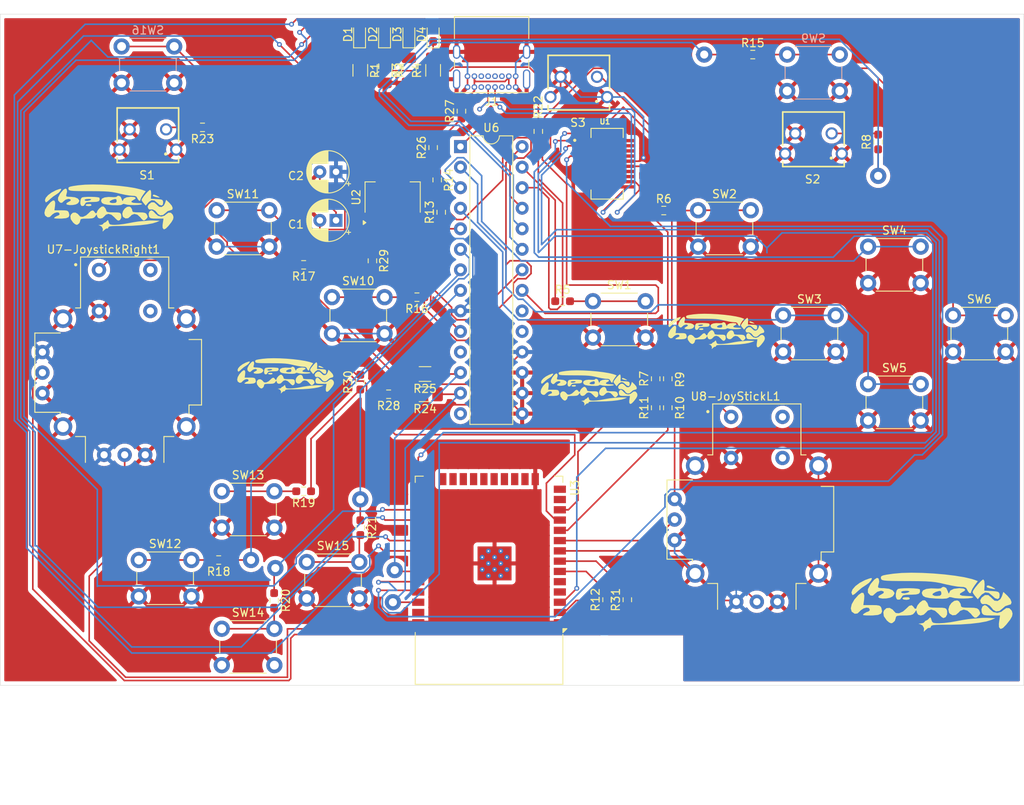
<source format=kicad_pcb>
(kicad_pcb (version 20240108) (generator "pcbnew") (generator_version "8.0")
  (layers (0 "F.Cu" signal) (31 "B.Cu" signal) (34 "B.Paste" user) (35 "F.Paste" user) (36 "B.SilkS" user "B.Silkscreen") (37 "F.SilkS" user "F.Silkscreen") (38 "B.Mask" user) (39 "F.Mask" user) (44 "Edge.Cuts" user))
  (net 0 "")
  (net 1 "GND")
  (net 2 "+5V")
  (net 3 "+3.3V")
  (net 4 "Led1")
  (net 5 "Net-(D1-K)")
  (net 6 "Led2")
  (net 7 "Net-(D2-K)")
  (net 8 "Led3")
  (net 9 "Net-(D3-K)")
  (net 10 "Led4")
  (net 11 "Net-(D4-K)")
  (net 15 "D-")
  (net 16 "D+")
  (net 20 "Home")
  (net 21 "Net-(R5-Pad2)")
  (net 22 "Net-(R6-Pad2)")
  (net 23 "+")
  (net 24 "Y")
  (net 25 "R")
  (net 26 "Net-(R8-Pad2)")
  (net 27 "X")
  (net 28 "B")
  (net 29 "A")
  (net 30 "Pair")
  (net 31 "ZR")
  (net 32 "Net-(R15-Pad2)")
  (net 33 "Net-(R16-Pad2)")
  (net 34 "ScreenShot")
  (net 35 "-")
  (net 36 "Net-(R17-Pad2)")
  (net 37 "Left")
  (net 38 "Net-(R18-Pad2)")
  (net 39 "Up")
  (net 40 "Net-(R19-Pad2)")
  (net 41 "Down")
  (net 42 "Net-(R20-Pad2)")
  (net 43 "Right")
  (net 44 "Net-(R21-Pad2)")
  (net 45 "ZL")
  (net 46 "Net-(R22-Pad2)")
  (net 47 "L")
  (net 48 "Net-(R23-Pad2)")
  (net 49 "IO-SCL")
  (net 50 "IO-SDA")
  (net 52 "DTR")
  (net 54 "RTS")
  (net 60 "USB TX")
  (net 63 "USB RX")
  (net 67 "JoystickRV")
  (net 72 "JoystickRH")
  (net 76 "JoystickRSel")
  (net 77 "JoystickLH")
  (net 82 "JoystickLSel")
  (net 84 "JoystickLV")
  (net 93 "Net-(R9-Pad2)")
  (net 94 "Net-(U2-VI)")
  (net 95 "Net-(R13-Pad2)")
  (net 96 "Net-(R14-Pad1)")
  (net 97 "Net-(R26-Pad2)")
  (net 98 "Net-(R24-Pad2)")
  (net 99 "Net-(R25-Pad2)")
  (net 100 "Net-(U6-GPB4)")
  (net 101 "Net-(U1-VCC)")
  (net 102 "Net-(R11-Pad2)")
  (net 103 "Net-(R10-Pad2)")
  (net 104 "Net-(U7-JoystickRight1-H)")
  (net 105 "Net-(U7-JoystickRight1-V)")
  (footprint "Button_Switch_THT:SW_PUSH_6mm_H5mm" (layer "F.Cu") (at 249.75 71.25)
    (property "Reference" "SW5")
    (property "Value" "SW_PushB")
  )
  (footprint "Resistor_SMD:R_0603_1608Metric_Pad0.98x0.95mm_HandSolder" (layer "F.Cu") (at 197 50 90)
    (property "Reference" "R13")
    (property "Value" "R - 0Ω")
  )
  (footprint "Resistor_SMD:R_1206_3216Metric_Pad1.30x1.75mm_HandSolder" (layer "F.Cu") (at 193 32.45 -90)
    (property "Reference" "R3")
    (property "Value" "R - 510Ω" (hide yes))
  )
  (footprint "Resistor_SMD:R_0603_1608Metric_Pad0.98x0.95mm_HandSolder" (layer "F.Cu") (at 212 61)
    (property "Reference" "R5")
    (property "Value" "R - 0Ω")
  )
  (footprint "Right Angle Button 431256083716:4312560837X6" (layer "F.Cu") (at 214 34.5 180)
    (property "Reference" "S3")
    (property "Value" "RightAnglePair")
  )
  (footprint "Button_Switch_THT:SW_PUSH_6mm_H5mm" (layer "F.Cu") (at 169.25 49.75)
    (property "Reference" "SW11")
    (property "Value" "SW_Push-")
  )
  (footprint "Button_Switch_THT:SW_PUSH_6mm_H5mm" (layer "F.Cu") (at 159.63 93)
    (property "Reference" "SW12")
    (property "Value" "SW_PushLeft")
  )
  (footprint "Resistor_SMD:R_0603_1608Metric_Pad0.98x0.95mm_HandSolder" (layer "F.Cu") (at 196.5 46 -90)
    (property "Reference" "R14")
    (property "Value" "R - 0Ω")
  )
  (footprint "Resistor_SMD:R_0603_1608Metric_Pad0.98x0.95mm_HandSolder" (layer "F.Cu") (at 180 56.5 180)
    (property "Reference" "R17")
    (property "Value" "R - 0Ω")
  )
  (footprint "LED_SMD:LED_0603_1608Metric_Pad1.05x0.95mm_HandSolder" (layer "F.Cu") (at 190 28 90)
    (property "Reference" "D2")
    (property "Value" "LED - 150060GS75000" (hide yes))
  )
  (footprint "LOGO" (layer "F.Cu") (at 215.5 71.75)
    (property "Reference" "G***" (hide yes))
    (property "Value" "LOGO" (hide yes))
  )
  (footprint "Resistor_SMD:R_0603_1608Metric_Pad0.98x0.95mm_HandSolder" (layer "F.Cu") (at 187 89 -90)
    (property "Reference" "R21")
    (property "Value" "R - 0Ω")
  )
  (footprint "Button_Switch_THT:SW_PUSH_6mm_H5mm" (layer "F.Cu") (at 169.88 101.5)
    (property "Reference" "SW14")
    (property "Value" "SW_PushDown")
  )
  (footprint "RF_Module:ESP32-WROOM-32" (layer "F.Cu") (at 202.91 92.51 180)
    (property "Reference" "U3")
    (property "Value" "ESP32-WROOM-32")
  )
  (footprint "LED_SMD:LED_0603_1608Metric_Pad1.05x0.95mm_HandSolder" (layer "F.Cu") (at 186.91 28 90)
    (property "Reference" "D1")
    (property "Value" "LED - 150060GS75000" (hide yes))
  )
  (footprint "LOGO" (layer "F.Cu") (at 231.25 64.75)
    (property "Reference" "G***" (hide yes))
    (property "Value" "LOGO" (hide yes))
  )
  (footprint "Resistor_SMD:R_0603_1608Metric_Pad0.98x0.95mm_HandSolder" (layer "F.Cu") (at 190.5 72.5 180)
    (property "Reference" "R28")
    (property "Value" "R - 0Ω")
  )
  (footprint "Connector_USB:USB_C_Receptacle_GCT_USB4085" (layer "F.Cu") (at 206.2 34.525 180)
    (property "Reference" "J1")
    (property "Value" "USB_C_Receptacle_USB2.0_16P")
  )
  (footprint "Resistor_SMD:R_0603_1608Metric_Pad0.98x0.95mm_HandSolder" (layer "F.Cu") (at 225 70.5875 90)
    (property "Reference" "R9")
    (property "Value" "R - 0Ω")
  )
  (footprint "LOGO" (layer "F.Cu") (at 156.25 49.5)
    (property "Reference" "G***" (hide yes))
    (property "Value" "LOGO" (hide yes))
  )
  (footprint "Capacitor_THT:CP_Radial_D5.0mm_P2.00mm" (layer "F.Cu") (at 184 51 180)
    (property "Reference" "C1")
    (property "Value" "C - 10 µF")
  )
  (footprint "Resistor_SMD:R_0603_1608Metric_Pad0.98x0.95mm_HandSolder" (layer "F.Cu") (at 199.5 37.5 90)
    (property "Reference" "R27")
    (property "Value" "R - 0Ω")
  )
  (footprint "FT231XS-R:SOP63P599X175-20N" (layer "F.Cu") (at 217.5 44)
    (property "Reference" "U1")
    (property "Value" "FT231XS-U")
  )
  (footprint "Resistor_SMD:R_0603_1608Metric_Pad0.98x0.95mm_HandSolder" (layer "F.Cu") (at 223.5 70.5875 90)
    (property "Reference" "R7")
    (property "Value" "R - 0Ω")
  )
  (footprint "Button_Switch_THT:SW_PUSH_6mm_H5mm" (layer "F.Cu") (at 228.75 49.75)
    (property "Reference" "SW2")
    (property "Value" "SW_Push+")
  )
  (footprint "Button_Switch_THT:SW_PUSH_6mm_H5mm" (layer "F.Cu") (at 215.75 61)
    (property "Reference" "SW1")
    (property "Value" "SW_PushHome")
  )
  (footprint "LOGO" (layer "F.Cu") (at 178 70.25)
    (property "Reference" "G***" (hide yes))
    (property "Value" "LOGO" (hide yes))
  )
  (footprint "Right Angle Button 431256083716:4312560837X6" (layer "F.Cu") (at 160.75 41 180)
    (property "Reference" "S1")
    (property "Value" "RightAngleL")
  )
  (footprint "Resistor_SMD:R_0603_1608Metric_Pad0.98x0.95mm_HandSolder" (layer "F.Cu") (at 188.5 56 -90)
    (property "Reference" "R29")
    (property "Value" "R - 0Ω")
  )
  (footprint "Resistor_SMD:R_1206_3216Metric_Pad1.30x1.75mm_HandSolder" (layer "F.Cu") (at 187 32.45 -90)
    (property "Reference" "R1")
    (property "Value" "R - 510Ω" (hide yes))
  )
  (footprint "Resistor_SMD:R_0603_1608Metric_Pad0.98x0.95mm_HandSolder" (layer "F.Cu") (at 250.990572 41.30817 90)
    (property "Reference" "R8")
    (property "Value" "R - 0Ω")
  )
  (footprint "Resistor_SMD:R_0603_1608Metric_Pad0.98x0.95mm_HandSolder" (layer "F.Cu") (at 180 84.5 180)
    (property "Reference" "R19")
    (property "Value" "R - 0Ω")
  )
  (footprint "Resistor_SMD:R_0603_1608Metric_Pad0.98x0.95mm_HandSolder" (layer "F.Cu") (at 176.354647 97.997494 -90)
    (property "Reference" "R20")
    (property "Value" "R - 0Ω")
  )
  (footprint "LOGO" (layer "F.Cu") (at 258 98.25)
    (property "Reference" "G***" (hide yes))
    (property "Value" "LOGO" (hide yes))
  )
  (footprint "Resistor_SMD:R_1206_3216Metric_Pad1.30x1.75mm_HandSolder" (layer "F.Cu") (at 190 32.45 -90)
    (property "Reference" "R2")
    (property "Value" "R - 510Ω" (hide yes))
  )
  (footprint "Resistor_SMD:R_1206_3216Metric_Pad1.30x1.75mm_HandSolder" (layer "F.Cu") (at 195 70 180)
    (property "Reference" "R25")
    (property "Value" "R - 4.7 kΩ")
  )
  (footprint "Button_Switch_THT:SW_PUSH_6mm_H5mm" (layer "F.Cu") (at 169.88 84.5)
    (property "Reference" "SW13")
    (property "Value" "SW_PushUp")
  )
  (footprint "Resistor_SMD:R_0603_1608Metric_Pad0.98x0.95mm_HandSolder" (layer "F.Cu") (at 194 60.5 180)
    (property "Reference" "R16")
    (property "Value" "R - 0Ω")
  )
  (footprint "Button_Switch_THT:SW_PUSH_6mm_H5mm" (layer "F.Cu") (at 183.5 60.5)
    (property "Reference" "SW10")
    (property "Value" "SW_PushScreenshot")
  )
  (footprint "Button_Switch_THT:SW_PUSH_6mm_H5mm" (layer "F.Cu") (at 260.25 62.75)
    (property "Reference" "SW6")
    (property "Value" "SW_PushA")
  )
  (footprint "Resistor_SMD:R_0603_1608Metric_Pad0.98x0.95mm_HandSolder" (layer "F.Cu") (at 187 71 -90)
    (property "Reference" "R30")
    (property "Value" "R - 0Ω")
  )
  (footprint "Button_Switch_THT:SW_PUSH_6mm_H5mm" (layer "F.Cu") (at 249.75 54.25)
    (property "Reference" "SW4")
    (property "Value" "SW_PushX")
  )
  (footprint "Right Angle Button 431256083716:4312560837X6" (layer "F.Cu") (at 243 41.5 180)
    (property "Reference" "S2")
    (property "Value" "RightAngleR")
  )
  (footprint "Resistor_SMD:R_0603_1608Metric_Pad0.98x0.95mm_HandSolder" (layer "F.Cu") (at 223.5 74.175 90)
    (property "Reference" "R11")
    (property "Value" "R - 0Ω")
  )
  (footprint "Package_DIP:DIP-28_W7.62mm" (layer "F.Cu") (at 199.38 41.88)
    (property "Reference" "U6")
    (property "Value" "MCP23017_SP")
  )
  (footprint "Resistor_SMD:R_0603_1608Metric_Pad0.98x0.95mm_HandSolder" (layer "F.Cu") (at 167.5 39.5 180)
    (property "Reference" "R23")
    (property "Value" "R - 0Ω")
  )
  (footprint "Resistor_SMD:R_0603_1608Metric_Pad0.98x0.95mm_HandSolder" (layer "F.Cu") (at 225 74.175 90)
    (property "Reference" "R10")
    (property "Value" "R - 0Ω")
  )
  (footprint "Button_Switch_THT:SW_PUSH_6mm_H5mm" (layer "F.Cu") (at 239.25 62.75)
    (property "Reference" "SW3")
    (property "Value" "SW_PushY")
  )
  (footprint "COM-09032-Joystick:XDCR_COM-09032" (layer "F.Cu") (at 157.88 69.8325)
    (property "Reference" "U7-JoystickRight1")
    (property "Value" "COM-09032-Joystick")
  )
  (footprint "Resistor_SMD:R_0603_1608Metric_Pad0.98x0.95mm_HandSolder" (layer "F.Cu") (at 224.5 49.784055)
    (property "Reference" "R6")
    (property "Value" "R - 0Ω")
  )
  (footprint "Resistor_SMD:R_0603_1608Metric_Pad0.98x0.95mm_HandSolder" (layer "F.Cu") (at 217.49 97.9125 90)
    (property "Reference" "R12")
    (property "Value" "R - 0Ω")
  )
  (footprint "Resistor_SMD:R_0603_1608Metric_Pad0.98x0.95mm_HandSolder" (layer "F.Cu") (at 169.5 93 180)
    (property "Reference" "R18")
    (property "Value" "R - 0Ω")
  )
  (footprint "Resistor_SMD:R_0603_1608Metric_Pad0.98x0.95mm_HandSolder" (layer "F.Cu") (at 235.5 30.5)
    (property "Reference" "R15")
    (property "Value" "R - 0Ω")
  )
  (footprint "Resistor_SMD:R_1206_3216Metric_Pad1.30x1.75mm_HandSolder" (layer "F.Cu") (at 195 72.5 180)
    (property "Reference" "R24")
    (property "Value" "R - 4.7 kΩ")
  )
  (footprint "Package_TO_SOT_SMD:SOT-223-3_TabPin2" (layer "F.Cu") (at 191 48.15 90)
    (property "Reference" "U2")
    (property "Value" "AMS1117-3.3")
  )
  (footprint "LED_SMD:LED_0603_1608Metric_Pad1.05x0.95mm_HandSolder" (layer "F.Cu") (at 193 28 90)
    (property "Reference" "D3")
    (property "Value" "LED - 150060GS75000" (hide yes))
  )
  (footprint "Resistor_SMD:R_0603_1608Metric_Pad0.98x0.95mm_HandSolder" (layer "F.Cu") (at 196 42 90)
    (property "Reference" "R26")
    (property "Value" "R - 0Ω")
  )
  (footprint "Resistor_SMD:R_0603_1608Metric_Pad0.98x0.95mm_HandSolder" (layer "F.Cu") (at 209 40 90)
    (property "Reference" "R22")
    (property "Value" "R - 0Ω")
  )
  (footprint "COM-09032-Joystick:XDCR_COM-09032" (layer "F.Cu") (at 236 88)
    (property "Reference" "U8-JoyStickL1")
    (property "Value" "COM-09032-Joystick")
  )
  (footprint "Button_Switch_THT:SW_PUSH_6mm_H5mm" (layer "F.Cu") (at 180.38 93.25)
    (property "Reference" "SW15")
    (property "Value" "SW_PushRight")
  )
  (footprint "Capacitor_THT:CP_Radial_D5.0mm_P2.00mm" (layer "F.Cu") (at 184 45 180)
    (property "Reference" "C2")
    (property "Value" "C - 10 µF")
  )
  (footprint "Resistor_SMD:R_0603_1608Metric_Pad0.98x0.95mm_HandSolder" (layer "F.Cu") (at 220 97.9125 90)
    (property "Reference" "R31")
    (property "Value" "R - 0Ω")
  )
  (footprint "LED_SMD:LED_0603_1608Metric_Pad1.05x0.95mm_HandSolder" (layer "F.Cu") (at 196 28 90)
    (property "Reference" "D4")
    (property "Value" "LED - 150060GS75000" (hide yes))
  )
  (footprint "Resistor_SMD:R_1206_3216Metric_Pad1.30x1.75mm_HandSolder" (layer "F.Cu") (at 196 32.45 -90)
    (property "Reference" "R4")
    (property "Value" "R - 510Ω" (hide yes))
  )
  (footprint "Button_Switch_THT:SW_PUSH_6mm_H5mm" (layer "B.Cu") (at 246.25 30.5 180)
    (property "Reference" "SW9")
    (property "Value" "SW_PushZR")
  )
  (footprint "Button_Switch_THT:SW_PUSH_6mm_H5mm" (layer "B.Cu") (at 164 29.5 180)
    (property "Reference" "SW16")
    (property "Value" "SW_PushZL")
  )
  (gr_rect (start 142.5 25.5) (end 269 108.5) (stroke (width 0.05)) (fill none) (layer "Edge.Cuts"))
  (segment (start 230.92 90.54) (end 225.84 90.54) (width 0.2) (layer "F.Cu") (net 1))
  (segment (start 238.54 98.16) (end 230.92 90.54) (width 0.2) (layer "F.Cu") (net 1))
  (segment (start 195.7 60.033278) (end 195.391722 59.725) (width 0.2) (layer "F.Cu") (net 1))
  (segment (start 182 51) (end 182 52.13137) (width 0.2) (layer "F.Cu") (net 1))
  (segment (start 189.3 73.8) (end 188.75 73.25) (width 0.2) (layer "F.Cu") (net 1))
  (segment (start 194.433278 59.725) (end 194 60.158278) (width 0.2) (layer "F.Cu") (net 1))
  (segment (start 199.38 64.74) (end 195.7 61.06) (width 0.2) (layer "F.Cu") (net 1))
  (segment (start 182 52.13137) (end 185.06863 52.13137) (width 0.2) (layer "F.Cu") (net 1))
  (segment (start 185.1 52.1) (end 185.1 49.1) (width 0.2) (layer "F.Cu") (net 1))
  (segment (start 211.75 33.25) (end 211.75 34.5) (width 0.2) (layer "F.Cu") (net 1))
  (segment (start 194 61) (end 190 65) (width 0.2) (layer "F.Cu") (net 1))
  (segment (start 205.9 73.8) (end 189.3 73.8) (width 0.2) (layer "F.Cu") (net 1))
  (segment (start 215.03 44.3175) (end 218.367176 44.3175) (width 0.2) (layer "F.Cu") (net 1))
  (segment (start 188.75 73.25) (end 188.75 70.25) (width 0.2) (layer "F.Cu") (net 1))
  (segment (start 188.75 70.25) (end 183.5 65) (width 0.2) (layer "F.Cu") (net 1))
  (segment (start 195.391722 59.725) (end 194.433278 59.725) (width 0.2) (layer "F.Cu") (net 1))
  (segment (start 243.62 94.6675) (end 243.62 81.3325) (width 0.2) (layer "F.Cu") (net 1))
  (segment (start 211.75 34.5) (end 210.5 35.75) (width 0.2) (layer "F.Cu") (net 1))
  (segment (start 194 60.158278) (end 194 61) (width 0.2) (layer "F.Cu") (net 1))
  (segment (start 219.002176 43.6825) (end 219.97 43.6825) (width 0.2) (layer "F.Cu") (net 1))
  (segment (start 185.1 49.1) (end 182 46) (width 0.2) (layer "F.Cu") (net 1))
  (segment (start 208.665 30.165) (end 207.55 30.165) (width 0.2) (layer "F.Cu") (net 1))
  (segment (start 200.25 33.175) (end 200.25 34.525) (width 0.2) (layer "F.Cu") (net 1))
  (segment (start 211.75 33.25) (end 208.665 30.165) (width 0.2) (layer "F.Cu") (net 1))
  (segment (start 206.2 33.175) (end 206.2 34.525) (width 0.2) (layer "F.Cu") (net 1))
  (segment (start 185.06863 52.13137) (end 185.1 52.1) (width 0.2) (layer "F.Cu") (net 1))
  (segment (start 207 74.9) (end 205.9 73.8) (width 0.2) (layer "F.Cu") (net 1))
  (segment (start 195.7 61.06) (end 195.7 60.033278) (width 0.2) (layer "F.Cu") (net 1))
  (segment (start 219.97 43.6825) (end 221.5675 43.6825) (width 0.2) (layer "F.Cu") (net 1))
  (segment (start 221.5675 43.6825) (end 222 43.25) (width 0.2) (layer "F.Cu") (net 1))
  (segment (start 218.367176 44.3175) (end 219.002176 43.6825) (width 0.2) (layer "F.Cu") (net 1))
  (segment (start 182 46) (end 182 45) (width 0.2) (layer "F.Cu") (net 1))
  (via (at 222 43.25) (size 0.6) (drill 0.3) (layers "F.Cu" "B.Cu") (net 1))
  (segment (start 206.2 31.515) (end 207.55 30.165) (width 0.2) (layer "B.Cu") (net 1))
  (segment (start 200.25 33.175) (end 200.25 31.515) (width 0.2) (layer "B.Cu") (net 1))
  (segment (start 206.2 33.175) (end 206.2 31.515) (width 0.2) (layer "B.Cu") (net 1))
  (segment (start 225.84 90.54) (end 225.84 92.1275) (width 0.2) (layer "B.Cu") (net 1))
  (segment (start 217.5 35.75) (end 214.25 35.75) (width 0.2) (layer "B.Cu") (net 1))
  (segment (start 225.84 92.1275) (end 228.38 94.6675) (width 0.2) (layer "B.Cu") (net 1))
  (segment (start 219.565685 35.75) (end 217.5 35.75) (width 0.2) (layer "B.Cu") (net 1))
  (segment (start 214.25 35.75) (end 211.75 33.25) (width 0.2) (layer "B.Cu") (net 1))
  (segment (start 222 38.184315) (end 219.565685 35.75) (width 0.2) (layer "B.Cu") (net 1))
  (segment (start 169.25 54.25) (end 175.75 54.25) (width 0.2) (layer "B.Cu") (net 1))
  (segment (start 200.25 31.515) (end 198.9 30.165) (width 0.2) (layer "B.Cu") (net 1))
  (segment (start 222 43.25) (end 222 38.184315) (width 0.2) (layer "B.Cu") (net 1))
  (segment (start 183.5 65) (end 190 65) (width 0.2) (layer "B.Cu") (net 1))
  (segment (start 205.35 33.35) (end 204.875 33.825) (width 0.2) (layer "F.Cu") (net 2))
  (segment (start 201.1 34.9875) (end 201.1 34.525) (width 0.2) (layer "F.Cu") (net 2))
  (segment (start 201.1 33.669974) (end 201.1 33.175) (width 0.2) (layer "F.Cu") (net 2))
  (segment (start 201.255026 33.825) (end 201.1 33.669974) (width 0.2) (layer "F.Cu") (net 2))
  (segment (start 201.04375 35.04375) (end 201.1 34.9875) (width 0.2) (layer "F.Cu") (net 2))
  (segment (start 205.35 33.175) (end 205.35 33.35) (width 0.2) (layer "F.Cu") (net 2))
  (segment (start 204.875 33.825) (end 201.255026 33.825) (width 0.2) (layer "F.Cu") (net 2))
  (segment (start 199.5 36.5875) (end 201.04375 35.04375) (width 0.2) (layer "F.Cu") (net 2))
  (segment (start 205.35 33.175) (end 205.35 34.525) (width 0.2) (layer "F.Cu") (net 2))
  (segment (start 201.1 34.9875) (end 201.1 33.175) (width 0.2) (layer "F.Cu") (net 2))
  (segment (start 191 51.3) (end 188.5 53.8) (width 0.2) (layer "F.Cu") (net 3))
  (segment (start 191 45) (end 191 51.3) (width 0.2) (layer "F.Cu") (net 3))
  (segment (start 184 45) (end 191 45) (width 0.2) (layer "F.Cu") (net 3))
  (segment (start 224 98) (end 213.68 98) (width 0.2) (layer "F.Cu") (net 3))
  (segment (start 189.5875 72.5) (end 190.8275 71.26) (width 0.2) (layer "F.Cu") (net 3))
  (segment (start 225.84 83) (end 225.84 85.46) (width 0.2) (layer "F.Cu") (net 3))
  (segment (start 233.46 98.16) (end 233.3 98) (width 0.2) (layer "F.Cu") (net 3))
  (segment (start 189.9 52.4) (end 191 51.3) (width 0.2) (layer "F.Cu") (net 3))
  (segment (start 233.3 98) (end 224 98) (width 0.2) (layer "F.Cu") (net 3))
  (segment (start 188.5 53.8) (end 188.5 55.0875) (width 0.2) (layer "F.Cu") (net 3))
  (segment (start 224.2875 74.3) (end 225.466722 74.3) (width 0.2) (layer "F.Cu") (net 3))
  (segment (start 223.5 75.0875) (end 224.2875 74.3) (width 0.2) (layer "F.Cu") (net 3))
  (segment (start 212.19 99.49) (end 211.66 99.49) (width 0.2) (layer "F.Cu") (net 3))
  (segment (start 225.466722 74.3) (end 225.84 74.673278) (width 0.2) (layer "F.Cu") (net 3))
  (segment (start 190.8275 71.26) (end 203.02 71.26) (width 0.2) (layer "F.Cu") (net 3))
  (segment (start 203.02 71.26) (end 207 67.28) (width 0.2) (layer "F.Cu") (net 3))
  (segment (start 225.84 74.673278) (end 225.84 83) (width 0.2) (layer "F.Cu") (net 3))
  (segment (start 213.68 98) (end 212.19 99.49) (width 0.2) (layer "F.Cu") (net 3))
  (segment (start 200.9 54.4) (end 199.75 53.25) (width 0.2) (layer "B.Cu") (net 3))
  (segment (start 225.84 85.46) (end 233.46 93.08) (width 0.2) (layer "B.Cu") (net 3))
  (segment (start 199.75 53.25) (end 192.25 53.25) (width 0.2) (layer "B.Cu") (net 3))
  (segment (start 192.25 53.25) (end 184 45) (width 0.2) (layer "B.Cu") (net 3))
  (segment (start 200.9 60.68) (end 200.9 54.4) (width 0.2) (layer "B.Cu") (net 3))
  (segment (start 233.46 93.08) (end 233.46 98.16) (width 0.2) (layer "B.Cu") (net 3))
  (segment (start 199.38 62.2) (end 200.9 60.68) (width 0.2) (layer "B.Cu") (net 3))
  (segment (start 180.125 27.125) (end 179.5 27.75) (width 0.2) (layer "F.Cu") (net 4))
  (segment (start 194.16 86.79) (end 189.79 86.79) (width 0.2) (layer "F.Cu") (net 4))
  (segment (start 189.75 86.75) (end 189.79 86.79) (width 0.2) (layer "F.Cu") (net 4))
  (segment (start 186.91 27.125) (end 180.125 27.125) (width 0.2) (layer "F.Cu") (net 4))
  (via (at 189.75 86.75) (size 0.6) (drill 0.3) (layers "F.Cu" "B.Cu") (net 4))
  (via (at 179.5 27.75) (size 0.6) (drill 0.3) (layers "F.Cu" "B.Cu") (net 4))
  (segment (start 145.45 37.615686) (end 151.865686 31.2) (width 0.2) (layer "B.Cu") (net 4))
  (segment (start 178.8 31.2) (end 180.35 29.65) (width 0.2) (layer "B.Cu") (net 4))
  (segment (start 184.825836 86.965686) (end 179.08 92.711522) (width 0.2) (layer "B.Cu") (net 4))
  (segment (start 180.35 28.6) (end 179.5 27.75) (width 0.2) (layer "B.Cu") (net 4))
  (segment (start 179.08 92.711522) (end 179.08 93.42) (width 0.2) (layer "B.Cu") (net 4))
  (segment (start 154.55 96.2) (end 154.5 96.25) (width 0.2) (layer "B.Cu") (net 4))
  (segment (start 145.45 75.252944) (end 145.45 37.615686) (width 0.2) (layer "B.Cu") (net 4))
  (segment (start 154.5 84.302944) (end 145.45 75.252944) (width 0.2) (layer "B.Cu") (net 4))
  (segment (start 151.865686 31.2) (end 178.8 31.2) (width 0.2) (layer "B.Cu") (net 4))
  (segment (start 189.534314 86.965686) (end 184.825836 86.965686) (width 0.2) (layer "B.Cu") (net 4))
  (segment (start 189.75 86.75) (end 189.534314 86.965686) (width 0.2) (layer "B.Cu") (net 4))
  (segment (start 154.5 96.25) (end 154.5 84.302944) (width 0.2) (layer "B.Cu") (net 4))
  (segment (start 176.3 96.2) (end 154.55 96.2) (width 0.2) (layer "B.Cu") (net 4))
  (segment (start 179.08 93.42) (end 176.3 96.2) (width 0.2) (layer "B.Cu") (net 4))
  (segment (start 180.35 29.65) (end 180.35 28.6) (width 0.2) (layer "B.Cu") (net 4))
  (segment (start 186.91 30.81) (end 187 30.9) (width 0.2) (layer "F.Cu") (net 5))
  (segment (start 186.91 28.875) (end 186.91 30.81) (width 0.2) (layer "F.Cu") (net 5))
  (segment (start 190 27.125) (end 189.175 27.95) (width 0.2) (layer "F.Cu") (net 6))
  (segment (start 194.16 88.06) (end 190.06 88.06) (width 0.2) (layer "F.Cu") (net 6))
  (segment (start 190.06 88.06) (end 189.75 87.75) (width 0.2) (layer "F.Cu") (net 6))
  (segment (start 181.05 27.95) (end 179.75 29.25) (width 0.2) (layer "F.Cu") (net 6))
  (segment (start 189.175 27.95) (end 181.05 27.95) (width 0.2) (layer "F.Cu") (net 6))
  (via (at 179.75 29.25) (size 0.6) (drill 0.3) (layers "F.Cu" "B.Cu") (net 6))
  (via (at 189.75 87.75) (size 0.6) (drill 0.3) (layers "F.Cu" "B.Cu") (net 6))
  (segment (start 153.75 28.75) (end 155.8 30.8) (width 0.2) (layer "B.Cu") (net 6))
  (segment (start 146.815686 77.184315) (end 145.05 75.418629) (width 0.2) (layer "B.Cu") (net 6))
  (segment (start 145.05 37.45) (end 153.75 28.75) (width 0.2) (layer "B.Cu") (net 6))
  (segment (start 147 91.25) (end 146.815686 91.25) (width 0.2) (layer "B.Cu") (net 6))
  (segment (start 146.815686 91.25) (end 146.815686 77.184315) (width 0.2) (layer "B.Cu") (net 6))
  (segment (start 187.718478 87.75) (end 176.626321 98.842157) (width 0.2) (layer "B.Cu") (net 6))
  (segment (start 178.2 30.8) (end 179.75 29.25) (width 0.2) (layer "B.Cu") (net 6))
  (segment (start 145.05 75.418629) (end 145.05 37.45) (width 0.2) (layer "B.Cu") (net 6))
  (segment (start 176.626321 98.842157) (end 154.592157 98.842157) (width 0.2) (layer "B.Cu") (net 6))
  (segment (start 155.8 30.8) (end 178.2 30.8) (width 0.2) (layer "B.Cu") (net 6))
  (segment (start 189.75 87.75) (end 187.718478 87.75) (width 0.2) (layer "B.Cu") (net 6))
  (segment (start 154.592157 98.842157) (end 147 91.25) (width 0.2) (layer "B.Cu") (net 6))
  (segment (start 190 28.875) (end 190 30.9) (width 0.2) (layer "F.Cu") (net 7))
  (segment (start 193 27.125) (end 191.175 28.95) (width 0.2) (layer "F.Cu") (net 8))
  (segment (start 190.125 90.125) (end 190 90) (width 0.2) (layer "F.Cu") (net 8))
  (segment (start 190.859744 31.85) (end 179.6 31.85) (width 0.2) (layer "F.Cu") (net 8))
  (segment (start 190.6 90.6) (end 190.125 90.125) (width 0.2) (layer "F.Cu") (net 8))
  (segment (start 191.175 28.95) (end 191.175 31.534744) (width 0.2) (layer "F.Cu") (net 8))
  (segment (start 191.175 31.534744) (end 190.859744 31.85) (width 0.2) (layer "F.Cu") (net 8))
  (segment (start 194.16 90.6) (end 190.6 90.6) (width 0.2) (layer "F.Cu") (net 8))
  (segment (start 179.6 31.85) (end 177 29.25) (width 0.2) (layer "F.Cu") (net 8))
  (via (at 190.125 90.125) (size 0.6) (drill 0.3) (layers "F.Cu" "B.Cu") (net 8))
  (via (at 177 29.25) (size 0.6) (drill 0.3) (layers "F.Cu" "B.Cu") (net 8))
  (segment (start 172.291522 103.75) (end 158.75 103.75) (width 0.2) (layer "B.Cu") (net 8))
  (segment (start 144.65 36.35) (end 152.8 28.2) (width 0.2) (layer "B.Cu") (net 8))
  (segment (start 146.15 91.15) (end 146.15 77.084314) (width 0.2) (layer "B.Cu") (net 8))
  (segment (start 175.95 28.2) (end 177 29.25) (width 0.2) (layer "B.Cu") (net 8))
  (segment (start 144.65 75.584314) (end 144.65 36.35) (width 0.2) (layer "B.Cu") (net 8))
  (segment (start 158.75 103.75) (end 146.15 91.15) (width 0.2) (layer "B.Cu") (net 8))
  (segment (start 185.916522 90.125) (end 172.291522 103.75) (width 0.2) (layer "B.Cu") (net 8))
  (segment (start 190.125 90.125) (end 185.916522 90.125) (width 0.2) (layer "B.Cu") (net 8))
  (segment (start 152.8 28.2) (end 175.95 28.2) (width 0.2) (layer "B.Cu") (net 8))
  (segment (start 146.15 77.084314) (end 144.65 75.584314) (width 0.2) (layer "B.Cu") (net 8))
  (segment (start 193 28.875) (end 193 30.9) (width 0.2) (layer "F.Cu") (net 9))
  (segment (start 179.25 26.1) (end 179.15 26.1) (width 0.2) (layer "F.Cu") (net 10))
  (segment (start 196 27.125) (end 194.975 26.1) (width 0.2) (layer "F.Cu") (net 10))
  (segment (start 179.15 26.1) (end 178.5 26.75) (width 0.2) (layer "F.Cu") (net 10))
  (segment (start 189.87 91.87) (end 189.25 91.25) (width 0.2) (layer "F.Cu") (net 10))
  (segment (start 194.16 91.87) (end 189.87 91.87) (width 0.2) (layer "F.Cu") (net 10))
  (segment (start 194.975 26.1) (end 179.25 26.1) (width 0.2) (layer "F.Cu") (net 10))
  (via (at 178.5 26.75) (size 0.6) (drill 0.3) (layers "F.Cu" "B.Cu") (net 10))
  (via (at 189.25 91.25) (size 0.6) (drill 0.3) (layers "F.Cu" "B.Cu") (net 10))
  (segment (start 176 104.5) (end 158.75 104.5) (width 0.2) (layer "B.Cu") (net 10))
  (segment (start 144.25 35.5) (end 153 26.75) (width 0.2) (layer "B.Cu") (net 10))
  (segment (start 188.18 92.711522) (end 188.18 93.788478) (width 0.2) (layer "B.Cu") (net 10))
  (segment (start 185.95 94.55) (end 176 104.5) (width 0.2) (layer "B.Cu") (net 10))
  (segment (start 188.18 93.788478) (end 187.418478 94.55) (width 0.2) (layer "B.Cu") (net 10))
  (segment (start 145.75 91.5) (end 145.75 77.25) (width 0.2) (layer "B.Cu") (net 10))
  (segment (start 145.75 77.25) (end 144.25 75.75) (width 0.2) (layer "B.Cu") (net 10))
  (segment (start 189.25 91.25) (end 187.984239 92.515761) (width 0.2) (layer "B.Cu") (net 10))
  (segment (start 144.25 75.75) (end 144.25 35.5) (width 0.2) (layer "B.Cu") (net 10))
  (segment (start 187.418478 94.55) (end 185.95 94.55) (width 0.2) (layer "B.Cu") (net 10))
  (segment (start 158.75 104.5) (end 145.75 91.5) (width 0.2) (layer "B.Cu") (net 10))
  (segment (start 187.984239 92.515761) (end 188.18 92.711522) (width 0.2) (layer "B.Cu") (net 10))
  (segment (start 153 26.75) (end 178.5 26.75) (width 0.2) (layer "B.Cu") (net 10))
  (segment (start 196 28.875) (end 196 30.9) (width 0.2) (layer "F.Cu") (net 11))
  (segment (start 221.5 46.767501) (end 221.5 47.25) (width 0.2) (layer "F.Cu") (net 15))
  (segment (start 202.8 36.2) (end 201.75 37.25) (width 0.2) (layer "F.Cu") (net 15))
  (segment (start 219.97 46.2225) (end 220.954999 46.2225) (width 0.2) (layer "F.Cu") (net 15))
  (segment (start 220.954999 46.2225) (end 221.5 46.767501) (width 0.2) (layer "F.Cu") (net 15))
  (segment (start 202.8 34.525) (end 202.8 36.2) (width 0.2) (layer "F.Cu") (net 15))
  (segment (start 221.5 47.25) (end 218.75 50) (width 0.2) (layer "F.Cu") (net 15))
  (via (at 201.75 37.25) (size 0.6) (drill 0.3) (layers "F.Cu" "B.Cu") (net 15))
  (via (at 218.75 50) (size 0.6) (drill 0.3) (layers "F.Cu" "B.Cu") (net 15))
  (segment (start 204.65 36.4) (end 202.6 36.4) (width 0.2) (layer "B.Cu") (net 15))
  (segment (start 220.5 37.25) (end 205.5 37.25) (width 0.2) (layer "B.Cu") (net 15))
  (segment (start 220.9 47.85) (end 220.9 37.65) (width 0.2) (layer "B.Cu") (net 15))
  (segment (start 218.75 50) (end 220.9 47.85) (width 0.2) (layer "B.Cu") (net 15))
  (segment (start 202.6 36.4) (end 201.75 37.25) (width 0.2) (layer "B.Cu") (net 15))
  (segment (start 205.5 37.25) (end 204.65 36.4) (width 0.2) (layer "B.Cu") (net 15))
  (segment (start 220.9 37.65) (end 220.5 37.25) (width 0.2) (layer "B.Cu") (net 15))
  (segment (start 217 50) (end 217 49.8275) (width 0.2) (layer "F.Cu") (net 16))
  (segment (start 203.65 34.525) (end 203.65 36.4) (width 0.2) (layer "F.Cu") (net 16))
  (segment (start 203.65 36.4) (end 204.25 37) (width 0.2) (layer "F.Cu") (net 16))
  (segment (start 219.97 46.8575) (end 217 49.8275) (width 0.2) (layer "F.Cu") (net 16))
  (via (at 217 50) (size 0.6) (drill 0.3) (layers "F.Cu" "B.Cu") (net 16))
  (via (at 204.25 37) (size 0.6) (drill 0.3) (layers "F.Cu" "B.Cu") (net 16))
  (segment (start 204.25 37) (end 205 37.75) (width 0.2) (layer "B.Cu") (net 16))
  (segment (start 220.25 37.75) (end 220.5 38) (width 0.2) (layer "B.Cu") (net 16))
  (segment (start 205 37.75) (end 220.25 37.75) (width 0.2) (layer "B.Cu") (net 16))
  (segment (start 220.5 38) (end 220.5 46.5) (width 0.2) (layer "B.Cu") (net 16))
  (segment (start 220.5 46.5) (end 217 50) (width 0.2) (layer "B.Cu") (net 16))
  (segment (start 207 44.42) (end 211.0875 48.5075) (width 0.2) (layer "F.Cu") (net 20))
  (segment (start 211.0875 48.5075) (end 211.0875 61) (width 0.2) (layer "F.Cu") (net 20))
  (segment (start 212.9125 61) (end 215.75 61) (width 0.2) (layer "F.Cu") (net 21))
  (segment (start 215.75 61) (end 222.25 61) (width 0.2) (layer "F.Cu") (net 21))
  (segment (start 225.4125 49.784055) (end 228.715945 49.784055) (width 0.2) (layer "F.Cu") (net 22))
  (segment (start 228.715945 49.784055) (end 228.75 49.75) (width 0.2) (layer "F.Cu") (net 22))
  (segment (start 228.75 49.75) (end 235.25 49.75) (width 0.2) (layer "F.Cu") (net 22))
  (segment (start 210.5 42) (end 209.5 43) (width 0.2) (layer "F.Cu") (net 23))
  (segment (start 223.5 62.5) (end 209.84 62.5) (width 0.2) (layer "F.Cu") (net 23))
  (segment (start 209.5 43) (end 209.5 43.5) (width 0.2) (layer "F.Cu") (net 23))
  (segment (start 223.5875 49.784055) (end 223.5875 41.0875) (width 0.2) (layer "F.Cu") (net 23))
  (segment (start 209.84 62.5) (end 207 59.66) (width 0.2) (layer "F.Cu") (net 23))
  (segment (start 219.5 37) (end 217.5 39) (width 0.2) (layer "F.Cu") (net 23))
  (segment (start 212.5 46.5) (end 212.5 59) (width 0.2) (layer "F.Cu") (net 23))
  (segment (start 212.5 59) (end 223.5 59) (width 0.2) (layer "F.Cu") (net 23))
  (segment (start 223.825 59.325) (end 223.825 62.175) (width 0.2) (layer "F.Cu") (net 23))
  (segment (start 223.5875 41.0875) (end 219.5 37) (width 0.2) (layer "F.Cu") (net 23))
  (segment (start 223.825 62.175) (end 223.5 62.5) (width 0.2) (layer "F.Cu") (net 23))
  (segment (start 217.5 39) (end 210.5 39) (width 0.2) (layer "F.Cu") (net 23))
  (segment (start 209.5 43.5) (end 212.5 46.5) (width 0.2) (layer "F.Cu") (net 23))
  (segment (start 223.5 59) (end 223.825 59.325) (width 0.2) (layer "F.Cu") (net 23))
  (segment (start 210.5 39) (end 210.5 42) (width 0.2) (layer "F.Cu") (net 23))
  (segment (start 204.6 54.915686) (end 199.38 49.695686) (width 0.2) (layer "B.Cu") (net 24))
  (segment (start 245.75 62.75) (end 239.25 62.75) (width 0.2) (layer "B.Cu") (net 24))
  (segment (start 206.544365 63.3) (end 204.6 61.355635) (width 0.2) (layer "B.Cu") (net 24))
  (segment (start 204.6 61.355635) (end 204.6 54.915686) (width 0.2) (layer "B.Cu") (net 24))
  (segment (start 199.38 49.695686) (end 199.38 49.5) (width 0.2) (layer "B.Cu") (net 24))
  (segment (start 238.7 63.3) (end 206.544365 63.3) (width 0.2) (layer "B.Cu") (net 24))
  (segment (start 239.25 62.75) (end 238.7 63.3) (width 0.2) (layer "B.Cu") (net 24))
  (segment (start 250.990572 42.22067) (end 250.990572 45.490572) (width 0.2) (layer "F.Cu") (net 25))
  (segment (start 250.990572 45.490572) (end 251 45.5) (width 0.2) (layer "F.Cu") (net 25))
  (via (at 251 45.5) (size 2) (drill 1) (layers "F.Cu" "B.Cu") (net 25))
  (segment (start 193 39.25) (end 199.184314 39.25) (width 0.2) (layer "B.Cu") (net 25))
  (segment (start 246.203478 28.615) (end 195.635 28.615) (width 0.2) (layer "B.Cu") (net 25))
  (segment (start 205.5 45.565686) (end 205.5 53.08) (width 0.2) (layer "B.Cu") (net 25))
  (segment (start 189.35 35.6) (end 193 39.25) (width 0.2) (layer "B.Cu") (net 25))
  (segment (start 205.5 53.08) (end 207 54.58) (width 0.2) (layer "B.Cu") (net 25))
  (segment (start 251 45.5) (end 251 33.411522) (width 0.2) (layer "B.Cu") (net 25))
  (segment (start 251 33.411522) (end 246.203478 28.615) (width 0.2) (layer "B.Cu") (net 25))
  (segment (start 195.635 28.615) (end 189.35 34.9) (width 0.2) (layer "B.Cu") (net 25))
  (segment (start 199.184314 39.25) (end 205.5 45.565686) (width 0.2) (layer "B.Cu") (net 25))
  (segment (start 189.35 34.9) (end 189.35 35.6) (width 0.2) (layer "B.Cu") (net 25))
  (segment (start 245.25 40.25) (end 250.844902 40.25) (width 0.2) (layer "F.Cu") (net 26))
  (segment (start 250.844902 40.25) (end 250.990572 40.39567) (width 0.2) (layer "F.Cu") (net 26))
  (segment (start 256.25 54.25) (end 249.75 54.25) (width 0.2) (layer "B.Cu") (net 27))
  (segment (start 202 51.135635) (end 202 45.484365) (width 0.2) (layer "B.Cu") (net 27))
  (segment (start 247.98 56.02) (end 206.884365 56.02) (width 0.2) (layer "B.Cu") (net 27))
  (segment (start 202 45.484365) (end 199.765635 43.25) (width 0.2) (layer "B.Cu") (net 27))
  (segment (start 199.765635 43.25) (end 198.994365 43.25) (width 0.2) (layer "B.Cu") (net 27))
  (segment (start 198.994365 43.25) (end 197.5 44.744365) (width 0.2) (layer "B.Cu") (net 27))
  (segment (start 197.5 44.744365) (end 197.5 45.08) (width 0.2) (layer "B.Cu") (net 27))
  (segment (start 206.884365 56.02) (end 202 51.135635) (width 0.2) (layer "B.Cu") (net 27))
  (segment (start 249.75 54.25) (end 247.98 56.02) (width 0.2) (layer "B.Cu") (net 27))
  (segment (start 197.5 45.08) (end 199.38 46.96) (width 0.2) (layer "B.Cu") (net 27))
  (segment (start 205 59.25) (end 205 54.75) (width 0.2) (layer "B.Cu") (net 28))
  (segment (start 206.51 60.76) (end 205 59.25) (width 0.2) (layer "B.Cu") (net 28))
  (segment (start 205 54.75) (end 201.5 51.25) (width 0.2) (layer "B.Cu") (net 28))
  (segment (start 249.75 71.25) (end 249.75 64.911522) (width 0.2) (layer "B.Cu") (net 28))
  (segment (start 246.288478 61.45) (end 223.8 61.45) (width 0.2) (layer "B.Cu") (net 28))
  (segment (start 201.5 46.54) (end 199.38 44.42) (width 0.2) (layer "B.Cu") (net 28))
  (segment (start 223.8 61.45) (end 222.95 62.3) (width 0.2) (layer "B.Cu") (net 28))
  (segment (start 249.75 64.911522) (end 246.288478 61.45) (width 0.2) (layer "B.Cu") (net 28))
  (segment (start 207.115635 60.76) (end 206.51 60.76) (width 0.2) (layer "B.Cu") (net 28))
  (segment (start 256.25 71.25) (end 249.75 71.25) (width 0.2) (layer "B.Cu") (net 28))
  (segment (start 222.95 62.3) (end 208.655635 62.3) (width 0.2) (layer "B.Cu") (net 28))
  (segment (start 201.5 51.25) (end 201.5 46.54) (width 0.2) (layer "B.Cu") (net 28))
  (segment (start 208.655635 62.3) (end 207.115635 60.76) (width 0.2) (layer "B.Cu") (net 28))
  (segment (start 201.26 40) (end 199.38 41.88) (width 0.2) (layer "F.Cu") (net 29))
  (segment (start 266.75 62.75) (end 260.25 62.75) (width 0.2) (layer "F.Cu") (net 29))
  (segment (start 260.25 62.75) (end 260.25 42.661522) (width 0.2) (layer "F.Cu") (net 29))
  (segment (start 260.25 42.661522) (end 249.784478 32.196) (width 0.2) (layer "F.Cu") (net 29))
  (segment (start 209.775 38.225) (end 209.775 39.725) (width 0.2) (layer "F.Cu") (net 29))
  (segment (start 209.775 39.725) (end 209.5 40) (width 0.2) (layer "F.Cu") (net 29))
  (segment (start 209.5 40) (end 201.26 40) (width 0.2) (layer "F.Cu") (net 29))
  (segment (start 215.804 32.196) (end 209.775 38.225) (width 0.2) (layer "F.Cu") (net 29))
  (segment (start 249.784478 32.196) (end 215.804 32.196) (width 0.2) (layer "F.Cu") (net 29))
  (segment (start 225 75.0875) (end 225 76.94) (width 0.2) (layer "F.Cu") (net 30))
  (segment (start 212.61 89.33) (end 211.66 89.33) (width 0.2) (layer "F.Cu") (net 30))
  (segment (start 225 76.94) (end 212.61 89.33) (width 0.2) (layer "F.Cu") (net 30))
  (segment (start 229.5 30.5) (end 234.5875 30.5) (width 0.2) (layer "F.Cu") (net 31))
  (segment (start 229.5 30.5) (end 229 30.5) (width 0.2) (layer "F.Cu") (net 31))
  (via (at 229.5 30.5) (size 2) (drill 1) (layers "F.Cu" "B.Cu") (net 31))
  (segment (start 199.25 38.75) (end 205.9 45.4) (width 0.2) (layer "B.Cu") (net 31))
  (segment (start 193.25 38.75) (end 199.25 38.75) (width 0.2) (layer "B.Cu") (net 31))
  (segment (start 205.9 50.94) (end 207 52.04) (width 0.2) (layer "B.Cu") (net 31))
  (segment (start 229.5 30.5) (end 228.54 30.5) (width 0.2) (layer "B.Cu") (net 31))
  (segment (start 229.5 30.5) (end 228.015 29.015) (width 0.2) (layer "B.Cu") (net 31))
  (segment (start 205.9 45.4) (end 205.9 50.94) (width 0.2) (layer "B.Cu") (net 31))
  (segment (start 195.985 29.015) (end 189.75 35.25) (width 0.2) (layer "B.Cu") (net 31))
  (segment (start 228.015 29.015) (end 195.985 29.015) (width 0.2) (layer "B.Cu") (net 31))
  (segment (start 189.75 35.25) (end 193.25 38.75) (width 0.2) (layer "B.Cu") (net 31))
  (segment (start 246.25 30.5) (end 239.75 30.5) (width 0.2) (layer "F.Cu") (net 32))
  (segment (start 239.75 30.5) (end 236.4125 30.5) (width 0.2) (layer "F.Cu") (net 32))
  (segment (start 190 60.5) (end 183.5 60.5) (width 0.2) (layer "F.Cu") (net 33))
  (segment (start 193.0875 60.5) (end 190 60.5) (width 0.2) (layer "F.Cu") (net 33))
  (segment (start 194.9125 60.5) (end 194.9125 61.828135) (width 0.2) (layer "F.Cu") (net 34))
  (segment (start 205.5 56) (end 205 56.5) (width 0.2) (layer "F.Cu") (net 34))
  (segment (start 208.1 56.664365) (end 207.435635 56) (width 0.2) (layer "F.Cu") (net 34))
  (segment (start 194.9125 61.828135) (end 198.924365 65.84) (width 0.2) (layer "F.Cu") (net 34))
  (segment (start 198.924365 65.84) (end 200.16 65.84) (width 0.2) (layer "F.Cu") (net 34))
  (segment (start 205 43.88) (end 207 41.88) (width 0.2) (layer "F.Cu") (net 34))
  (segment (start 205 56.5) (end 205 43.88) (width 0.2) (layer "F.Cu") (net 34))
  (segment (start 205.9 58.785686) (end 206.465686 58.22) (width 0.2) (layer "F.Cu") (net 34))
  (segment (start 207.455635 58.22) (end 208.1 57.575635) (width 0.2) (layer "F.Cu") (net 34))
  (segment (start 208.1 57.575635) (end 208.1 56.664365) (width 0.2) (layer "F.Cu") (net 34))
  (segment (start 206.465686 58.22) (end 207.455635 58.22) (width 0.2) (layer "F.Cu") (net 34))
  (segment (start 205.9 60.1) (end 205.9 58.785686) (width 0.2) (layer "F.Cu") (net 34))
  (segment (start 207.435635 56) (end 205.5 56) (width 0.2) (layer "F.Cu") (net 34))
  (segment (start 200.16 65.84) (end 205.9 60.1) (width 0.2) (layer "F.Cu") (net 34))
  (segment (start 180.9125 56.5) (end 182.6875 58.275) (width 0.2) (layer "F.Cu") (net 35))
  (segment (start 198.924365 63.3) (end 200.82 63.3) (width 0.2) (layer "F.Cu") (net 35))
  (segment (start 182.6875 58.275) (end 194.810635 58.275) (width 0.2) (layer "F.Cu") (net 35))
  (segment (start 200.82 63.3) (end 207 57.12) (width 0.2) (layer "F.Cu") (net 35))
  (segment (start 198.28 61.744365) (end 198.28 62.655635) (width 0.2) (layer "F.Cu") (net 35))
  (segment (start 198.28 62.655635) (end 198.924365 63.3) (width 0.2) (layer "F.Cu") (net 35))
  (segment (start 194.810635 58.275) (end 198.28 61.744365) (width 0.2) (layer "F.Cu") (net 35))
  (segment (start 179.0875 53.0875) (end 179.0875 56.5) (width 0.2) (layer "F.Cu") (net 36))
  (segment (start 175.75 49.75) (end 179.0875 53.0875) (width 0.2) (layer "F.Cu") (net 36))
  (segment (start 169.25 49.75) (end 175.75 49.75) (width 0.2) (layer "F.Cu") (net 36))
  (segment (start 170.4125 93) (end 173.5 93) (width 0.2) (layer "F.Cu") (net 37))
  (via (at 173.5 93) (size 2) (drill 1) (layers "F.Cu" "B.Cu") (net 37))
  (segment (start 173.5 93) (end 173.5 83.338478) (width 0.2) (layer "B.Cu") (net 37))
  (segment (start 173.5 83.338478) (end 199.38 57.458478) (width 0.2) (layer "B.Cu") (net 37))
  (segment (start 199.38 57.458478) (end 199.38 57.12) (width 0.2) (layer "B.Cu") (net 37))
  (segment (start 159.63 93) (end 166.13 93) (width 0.2) (layer "F.Cu") (net 38))
  (segment (start 166.13 93) (end 168.5875 93) (width 0.2) (layer "F.Cu") (net 38))
  (segment (start 180.9125 78) (end 187 71.9125) (width 0.2) (layer "F.Cu") (net 39))
  (segment (start 180.9125 84.5) (end 180.9125 78) (width 0.2) (layer "F.Cu") (net 39))
  (segment (start 176.38 84.5) (end 179.0875 84.5) (width 0.2) (layer "F.Cu") (net 40))
  (segment (start 169.88 84.5) (end 176.38 84.5) (width 0.2) (layer "F.Cu") (net 40))
  (segment (start 176.354647 94.145353) (end 176.5 94) (width 0.2) (layer "F.Cu") (net 41))
  (segment (start 176.354647 97.084994) (end 176.354647 94.145353) (width 0.2) (layer "F.Cu") (net 41))
  (via (at 176.5 94) (size 2) (drill 1) (layers "F.Cu" "B.Cu") (net 41))
  (segment (start 200.5 57.555635) (end 200.5 55.7) (width 0.2) (layer "B.Cu") (net 41))
  (segment (start 199.184164 58.22) (end 199.835635 58.22) (width 0.2) (layer "B.Cu") (net 41))
  (segment (start 199.835635 58.22) (end 200.5 57.555635) (width 0.2) (layer "B.Cu") (net 41))
  (segment (start 200.5 55.7) (end 199.38 54.58) (width 0.2) (layer "B.Cu") (net 41))
  (segment (start 183.7 86.8) (end 183.7 73.704164) (width 0.2) (layer "B.Cu") (net 41))
  (segment (start 183.7 73.704164) (end 199.184164 58.22) (width 0.2) (layer "B.Cu") (net 41))
  (segment (start 176.5 94) (end 183.7 86.8) (width 0.2) (layer "B.Cu") (net 41))
  (segment (start 176.354647 101.094647) (end 176.354647 98.909994) (width 0.2) (layer "F.Cu") (net 42))
  (segment (start 176.38 101.5) (end 176.38 101.12) (width 0.2) (layer "F.Cu") (net 42))
  (segment (start 169.88 101.5) (end 176.38 101.5) (width 0.2) (layer "F.Cu") (net 42))
  (segment (start 176.38 101.12) (end 176.354647 101.094647) (width 0.2) (layer "F.Cu") (net 42))
  (segment (start 187 88.0875) (end 187 85.5) (width 0.2) (layer "F.Cu") (net 43))
  (via (at 187 85.5) (size 2) (drill 1) (layers "F.Cu" "B.Cu") (net 43))
  (segment (start 187 72.04) (end 199.38 59.66) (width 0.2) (layer "B.Cu") (net 43))
  (segment (start 187 85.5) (end 187 72.04) (width 0.2) (layer "B.Cu") (net 43))
  (segment (start 186.88 93.25) (end 186.88 90.0325) (width 0.2) (layer "F.Cu") (net 44))
  (segment (start 186.88 90.0325) (end 187 89.9125) (width 0.2) (layer "F.Cu") (net 44))
  (segment (start 180.38 93.25) (end 186.88 93.25) (width 0.2) (layer "F.Cu") (net 44))
  (segment (start 212 61.341722) (end 211.341722 62) (width 0.2) (layer "F.Cu") (net 45))
  (segment (start 210.5 62) (end 210.3 61.8) (width 0.2) (layer "F.Cu") (net 45))
  (segment (start 210.3 48.3) (end 208.96 46.96) (width 0.2) (layer "F.Cu") (net 45))
  (segment (start 211.341722 62) (end 210.5 62) (width 0.2) (layer "F.Cu") (net 45))
  (segment (start 209 45.854314) (end 212 48.854314) (width 0.2) (layer "F.Cu") (net 45))
  (segment (start 208.96 46.96) (end 207 46.96) (width 0.2) (layer "F.Cu") (net 45))
  (segment (start 212 48.854314) (end 212 61.341722) (width 0.2) (layer "F.Cu") (net 45))
  (segment (start 209 40.9125) (end 209 45.854314) (width 0.2) (layer "F.Cu") (net 45))
  (segment (start 210.3 61.8) (end 210.3 48.3) (width 0.2) (layer "F.Cu") (net 45))
  (segment (start 209 39.0875) (end 209 33.18434) (width 0.2) (layer "F.Cu") (net 46))
  (segment (start 167 32.5) (end 164 29.5) (width 0.2) (layer "F.Cu") (net 46))
  (segment (start 198.58934 32.045) (end 198.13434 32.5) (width 0.2) (layer "F.Cu") (net 46))
  (segment (start 157.5 29.5) (end 164 29.5) (width 0.2) (layer "F.Cu") (net 46))
  (segment (start 198.13434 32.5) (end 167 32.5) (width 0.2) (layer "F.Cu") (net 46))
  (segment (start 209 33.18434) (end 207.86066 32.045) (width 0.2) (layer "F.Cu") (net 46))
  (segment (start 207.86066 32.045) (end 198.58934 32.045) (width 0.2) (layer "F.Cu") (net 46))
  (segment (start 168.4125 39.5) (end 189.104328 39.5) (width 0.2) (layer "F.Cu") (net 47))
  (segment (start 189.104328 39.5) (end 195.725 46.120672) (width 0.2) (layer "F.Cu") (net 47))
  (segment (start 206.152843 43.347157) (end 205.5 44) (width 0.2) (layer "F.Cu") (net 47))
  (segment (start 207.207157 43.292843) (end 206.152843 43.292843) (width 0.2) (layer "F.Cu") (net 47))
  (segment (start 204.6 42.4) (end 206.22 40.78) (width 0.2) (layer "F.Cu") (net 47))
  (segment (start 208.1 41.1) (end 208.1 42.4) (width 0.2) (layer "F.Cu") (net 47))
  (segment (start 207.78 40.78) (end 208.1 41.1) (width 0.2) (layer "F.Cu") (net 47))
  (segment (start 204.6 46) (end 204.6 42.4) (width 0.2) (layer "F.Cu") (net 47))
  (segment (start 206.152843 43.292843) (end 206.152843 43.347157) (width 0.2) (layer "F.Cu") (net 47))
  (segment (start 205.5 48) (end 207 49.5) (width 0.2) (layer "F.Cu") (net 47))
  (segment (start 198.9 50.9) (end 199.7 50.9) (width 0.2) (layer "F.Cu") (net 47))
  (segment (start 196.125 50.125) (end 198.125 50.125) (width 0.2) (layer "F.Cu") (net 47))
  (segment (start 198.125 50.125) (end 198.9 50.9) (width 0.2) (layer "F.Cu") (net 47))
  (segment (start 195.725 46.120672) (end 195.725 49.725) (width 0.2) (layer "F.Cu") (net 47))
  (segment (start 208.1 42.4) (end 207.207157 43.292843) (width 0.2) (layer "F.Cu") (net 47))
  (segment (start 206.22 40.78) (end 207.78 40.78) (width 0.2) (layer "F.Cu") (net 47))
  (segment (start 205.5 44) (end 205.5 48) (width 0.2) (layer "F.Cu") (net 47))
  (segment (start 195.725 49.725) (end 196.125 50.125) (width 0.2) (layer "F.Cu") (net 47))
  (segment (start 199.7 50.9) (end 204.6 46) (width 0.2) (layer "F.Cu") (net 47))
  (segment (start 163.25 39.5) (end 163 39.75) (width 0.2) (layer "F.Cu") (net 48))
  (segment (start 166.5875 39.5) (end 163.25 39.5) (width 0.2) (layer "F.Cu") (net 48))
  (segment (start 199.24 72.5) (end 199.38 72.36) (width 0.2) (layer "F.Cu") (net 49))
  (segment (start 196.55 72.5) (end 199.24 72.5) (width 0.2) (layer "F.Cu") (net 49))
  (segment (start 194.16 98.22) (end 191.03 98.22) (width 0.2) (layer "F.Cu") (net 49))
  (via (at 191.03 98.22) (size 2) (drill 1) (layers "F.Cu" "B.Cu") (net 49))
  (segment (start 191.03 98.22) (end 192.55 96.7) (width 0.2) (layer "B.Cu") (net 49))
  (segment (start 192.55 96.7) (end 192.55 79.19) (width 0.2) (layer "B.Cu") (net 49))
  (segment (start 192.55 79.19) (end 199.38 72.36) (width 0.2) (layer "B.Cu") (net 49))
  (segment (start 199.2 70) (end 199.38 69.82) (width 0.2) (layer "F.Cu") (net 50))
  (segment (start 196.55 70) (end 199.2 70) (width 0.2) (layer "F.Cu") (net 50))
  (segment (start 194.16 94.41) (end 191.41 94.41) (width 0.2) (layer "F.Cu") (net 50))
  (segment (start 191.41 94.41) (end 191.25 94.25) (width 0.2) (layer "F.Cu") (net 50))
  (via (at 191.25 94.25) (size 2) (drill 1) (layers "F.Cu" "B.Cu") (net 50))
  (segment (start 191.25 77.95) (end 199.38 69.82) (width 0.2) (layer "B.Cu") (net 50))
  (segment (start 191.25 94.25) (end 191.25 77.95) (width 0.2) (layer "B.Cu") (net 50))
  (segment (start 211.2075 41.1425) (end 215.03 41.1425) (width 0.2) (layer "F.Cu") (net 52))
  (segment (start 194.16 84.25) (end 194.16 80.34) (width 0.2) (layer "F.Cu") (net 52))
  (segment (start 194.16 80.34) (end 194.5 80) (width 0.2) (layer "F.Cu") (net 52))
  (segment (start 211.1 41.25) (end 211.2075 41.1425) (width 0.2) (layer "F.Cu") (net 52))
  (via (at 211.1 41.25) (size 0.6) (drill 0.3) (layers "F.Cu" "B.Cu") (net 52))
  (via (at 194.5 80) (size 0.6) (drill 0.3) (layers "F.Cu" "B.Cu") (net 52))
  (segment (start 256.788478 52.95) (end 257.75 53.911522) (width 0.2) (layer "B.Cu") (net 52))
  (segment (start 257.75 53.911522) (end 257.75 77) (width 0.2) (layer "B.Cu") (net 52))
  (segment (start 248.05 52.95) (end 256.788478 52.95) (width 0.2) (layer "B.Cu") (net 52))
  (segment (start 257.75 77) (end 257.5 77.25) (width 0.2) (layer "B.Cu") (net 52))
  (segment (start 245.45 55.55) (end 248.05 52.95) (width 0.2) (layer "B.Cu") (net 52))
  (segment (start 208.5 45) (end 208.5 55) (width 0.2) (layer "B.Cu") (net 52))
  (segment (start 257.5 77.25) (end 197.25 77.25) (width 0.2) (layer "B.Cu") (net 52))
  (segment (start 197.25 77.25) (end 194.5 80) (width 0.2) (layer "B.Cu") (net 52))
  (segment (start 208.5 55) (end 209.05 55.55) (width 0.2) (layer "B.Cu") (net 52))
  (segment (start 211.1 42.4) (end 208.5 45) (width 0.2) (layer "B.Cu") (net 52))
  (segment (start 211.1 41.25) (end 211.1 42.4) (width 0.2) (layer "B.Cu") (net 52))
  (segment (start 209.05 55.55) (end 245.45 55.55) (width 0.2) (layer "B.Cu") (net 52))
  (segment (start 212.03 98.22) (end 213.75 96.5) (width 0.2) (layer "F.Cu") (net 54))
  (segment (start 211.66 98.22) (end 212.03 98.22) (width 0.2) (layer "F.Cu") (net 54))
  (segment (start 212.375 42.125) (end 212.25 42.25) (width 0.2) (layer "F.Cu") (net 54))
  (segment (start 215.03 41.7775) (end 212.7225 41.7775) (width 0.2) (layer "F.Cu") (net 54))
  (segment (start 212.7225 41.7775) (end 212.375 42.125) (width 0.2) (layer "F.Cu") (net 54))
  (via (at 212.375 42.125) (size 0.6) (drill 0.3) (layers "F.Cu" "B.Cu") (net 54))
  (via (at 213.75 96.5) (size 0.6) (drill 0.3) (layers "F.Cu" "B.Cu") (net 54))
  (segment (start 257.11985 52.15) (end 258.55 53.58015) (width 0.2) (layer "B.Cu") (net 54))
  (segment (start 211.25 52.15) (end 257.11985 52.15) (width 0.2) (layer "B.Cu") (net 54))
  (segment (start 258.55 77.331372) (end 256.690372 79.191) (width 0.2) (layer "B.Cu") (net 54))
  (segment (start 256.690372 79.191) (end 217.309 79.191) (width 0.2) (layer "B.Cu") (net 54))
  (segment (start 212.375 42.440686) (end 209.4 45.415686) (width 0.2) (layer "B.Cu") (net 54))
  (segment (start 212.375 42.125) (end 212.375 42.440686) (width 0.2) (layer "B.Cu") (net 54))
  (segment (start 213.75 82.75) (end 213.75 96.5) (width 0.2) (layer "B.Cu") (net 54))
  (segment (start 209.4 45.415686) (end 209.4 54) (width 0.2) (layer "B.Cu") (net 54))
  (segment (start 209.4 54) (end 211.25 52.15) (width 0.2) (layer "B.Cu") (net 54))
  (segment (start 258.55 53.58015) (end 258.55 77.331372) (width 0.2) (layer "B.Cu") (net 54))
  (segment (start 217.309 79.191) (end 213.75 82.75) (width 0.2) (layer "B.Cu") (net 54))
  (segment (start 194.16 95.68) (end 189.32 95.68) (width 0.2) (layer "F.Cu") (net 60))
  (segment (start 219.97 41.1425) (end 219.0775 40.25) (width 0.2) (layer "F.Cu") (net 60))
  (segment (start 189.32 95.68) (end 189.25 95.75) (width 0.2) (layer "F.Cu") (net 60))
  (segment (start 219.0775 40.25) (end 212.25 40.25) (width 0.2) (layer "F.Cu") (net 60))
  (via (at 189.25 95.75) (size 0.6) (drill 0.3) (layers "F.Cu" "B.Cu") (net 60))
  (via (at 212.25 40.25) (size 0.6) (drill 0.3) (layers "F.Cu" "B.Cu") (net 60))
  (segment (start 211.775 42.475) (end 209 45.25) (width 0.2) (layer "B.Cu") (net 60))
  (segment (start 258.15 77.165686) (end 256.815686 78.5) (width 0.2) (layer "B.Cu") (net 60))
  (segment (start 256.815686 78.5) (end 196.75 78.5) (width 0.2) (layer "B.Cu") (net 60))
  (segment (start 237.25 54.411522) (end 237.25 55) (width 0.2) (layer "B.Cu") (net 60))
  (segment (start 209.032843 54.967157) (end 211.05 52.95) (width 0.2) (layer "B.Cu") (net 60))
  (segment (start 189.73 98.758478) (end 189.73 97.52) (width 0.2) (layer "B.Cu") (net 60))
  (segment (start 191.5 96.75) (end 190.5 95.75) (width 0.2) (layer "B.Cu") (net 60))
  (segment (start 189.73 97.52) (end 190.5 96.75) (width 0.2) (layer "B.Cu") (net 60))
  (segment (start 212.25 40.25) (end 211.775 40.725) (width 0.2) (layer "B.Cu") (net 60))
  (segment (start 258.15 53.745836) (end 258.15 77.165686) (width 0.2) (layer "B.Cu") (net 60))
  (segment (start 209 54.934314) (end 209.032843 54.967157) (width 0.2) (layer "B.Cu") (net 60))
  (segment (start 190.491522 99.52) (end 189.73 98.758478) (width 0.2) (layer "B.Cu") (net 60))
  (segment (start 191.98 99.52) (end 190.491522 99.52) (width 0.2) (layer "B.Cu") (net 60))
  (segment (start 235.788478 52.95) (end 237.25 54.411522) (width 0.2) (layer "B.Cu") (net 60))
  (segment (start 190.5 96.75) (end 191.5 96.75) (width 0.2) (layer "B.Cu") (net 60))
  (segment (start 190.5 95.75) (end 189.25 95.75) (width 0.2) (layer "B.Cu") (net 60))
  (segment (start 211.775 40.725) (end 211.775 42.475) (width 0.2) (layer "B.Cu") (net 60))
  (segment (start 209 45.25) (end 209 54.934314) (width 0.2) (layer "B.Cu") (net 60))
  (segment (start 211.05 52.95) (end 235.788478 52.95) (width 0.2) (layer "B.Cu") (net 60))
  (segment (start 196.75 78.5) (end 196.75 94.75) (width 0.2) (layer "B.Cu") (net 60))
  (segment (start 256.954164 52.55) (end 258.15 53.745836) (width 0.2) (layer "B.Cu") (net 60))
  (segment (start 196.75 94.75) (end 191.98 99.52) (width 0.2) (layer "B.Cu") (net 60))
  (segment (start 237.25 54.411522) (end 239.111522 52.55) (width 0.2) (layer "B.Cu") (net 60))
  (segment (start 239.111522 52.55) (end 256.954164 52.55) (width 0.2) (layer "B.Cu") (net 60))
  (segment (start 193.96 96.75) (end 189.25 96.75) (width 0.2) (layer "F.Cu") (net 63))
  (segment (start 194.16 96.95) (end 193.96 96.75) (width 0.2) (layer "F.Cu") (net 63))
  (segment (start 212.9525 43.0475) (end 212.5 43.5) (width 0.2) (layer "F.Cu") (net 63))
  (segment (start 215.03 43.0475) (end 212.9525 43.0475) (width 0.2) (layer "F.Cu") (net 63))
  (via (at 189.25 96.75) (size 0.6) (drill 0.3) (layers "F.Cu" "B.Cu") (net 63))
  (via (at 212.5 43.5) (size 0.6) (drill 0.3) (layers "F.Cu" "B.Cu") (net 63))
  (segment (start 258.95 53.2) (end 258.95 77.497058) (width 0.2) (layer "B.Cu") (net 63))
  (segment (start 212.5 46.348529) (end 217.901471 51.75) (width 0.2) (layer "B.Cu") (net 63))
  (segment (start 257.5 51.75) (end 258.95 53.2) (width 0.2) (layer "B.Cu") (net 63))
  (segment (start 190.405836 100) (end 189.25 98.844164) (width 0.2) (layer "B.Cu") (net 63))
  (segment (start 211.098529 100) (end 190.405836 100) (width 0.2) (layer "B.Cu") (net 63))
  (segment (start 226.827529 84.271) (end 225.3475 84.271) (width 0.2) (layer "B.Cu") (net 63))
  (segment (start 212.5 43.5) (end 212.5 46.348529) (width 0.2) (layer "B.Cu") (net 63))
  (segment (start 227.848529 83.25) (end 226.827529 84.271) (width 0.2) (layer "B.Cu") (net 63))
  (segment (start 225.3475 84.271) (end 224.651 84.9675) (width 0.2) (layer "B.Cu") (net 63))
  (segment (start 224.651 86.447529) (end 211.098529 100) (width 0.2) (layer "B.Cu") (net 63))
  (segment (start 252.25 83.25) (end 227.848529 83.25) (width 0.2) (layer "B.Cu") (net 63))
  (segment (start 258.95 77.497058) (end 256.447058 80) (width 0.2) (layer "B.Cu") (net 63))
  (segment (start 255.5 80) (end 252.25 83.25) (width 0.2) (layer "B.Cu") (net 63))
  (segment (start 217.901471 51.75) (end 257.5 51.75) (width 0.2) (layer "B.Cu") (net 63))
  (segment (start 256.447058 80) (end 255.5 80) (width 0.2) (layer "B.Cu") (net 63))
  (segment (start 189.25 98.844164) (end 189.25 96.75) (width 0.2) (layer "B.Cu") (net 63))
  (segment (start 224.651 84.9675) (end 224.651 86.447529) (width 0.2) (layer "B.Cu") (net 63))
  (segment (start 216.14 93.14) (end 211.66 93.14) (width 0.2) (layer "F.Cu") (net 67))
  (segment (start 220 97) (end 216.14 93.14) (width 0.2) (layer "F.Cu") (net 67))
  (segment (start 214.9 94.41) (end 211.66 94.41) (width 0.2) (layer "F.Cu") (net 72))
  (segment (start 217.49 97) (end 214.9 94.41) (width 0.2) (layer "F.Cu") (net 72))
  (segment (start 184.916639 69.083361) (end 171.776778 55.9435) (width 0.2) (layer "F.Cu") (net 76))
  (segment (start 187.775 73.941722) (end 187.775 71.275) (width 0.2) (layer "F.Cu") (net 76))
  (segment (start 210 86.93) (end 210 83.5) (width 0.2) (layer "F.Cu") (net 76))
  (segment (start 171.776778 55.9435) (end 155.894 55.9435) (width 0.2) (layer "F.Cu") (net 76))
  (segment (start 155.894 55.9435) (end 154.705 57.1325) (width 0.2) (layer "F.Cu") (net 76))
  (segment (start 210 83.5) (end 213.5 80) (width 0.2) (layer "F.Cu") (net 76))
  (segment (start 213.5 80) (end 213.5 77.5) (width 0.2) (layer "F.Cu") (net 76))
  (segment (start 186.533278 70.875) (end 184.916639 69.258361) (width 0.2) (layer "F.Cu") (net 76))
  (segment (start 187.775 71.275) (end 187.375 70.875) (width 0.2) (layer "F.Cu") (net 76))
  (segment (start 211.66 88.06) (end 211.13 88.06) (width 0.2) (layer "F.Cu") (net 76))
  (segment (start 211.13 88.06) (end 210 86.93) (width 0.2) (layer "F.Cu") (net 76))
  (segment (start 191.333278 77.5) (end 187.775 73.941722) (width 0.2) (layer "F.Cu") (net 76))
  (segment (start 184.916639 69.258361) (end 184.916639 69.083361) (width 0.2) (layer "F.Cu") (net 76))
  (segment (start 187.375 70.875) (end 186.533278 70.875) (width 0.2) (layer "F.Cu") (net 76))
  (segment (start 213.5 77.5) (end 191.333278 77.5) (width 0.2) (layer "F.Cu") (net 76))
  (segment (start 236 98.16) (end 229.71 91.87) (width 0.2) (layer "F.Cu") (net 77))
  (segment (start 229.71 91.87) (end 211.66 91.87) (width 0.2) (layer "F.Cu") (net 77))
  (segment (start 222.7875 70.7125) (end 213.9 79.6) (width 0.2) (layer "F.Cu") (net 82))
  (segment (start 228.2375 70.7125) (end 222.7875 70.7125) (width 0.2) (layer "F.Cu") (net 82))
  (segment (start 213.9 79.6) (end 213.9 85.6) (width 0.2) (layer "F.Cu") (net 82))
  (segment (start 213.9 85.6) (end 212.71 86.79) (width 0.2) (layer "F.Cu") (net 82))
  (segment (start 212.71 86.79) (end 211.66 86.79) (width 0.2) (layer "F.Cu") (net 82))
  (segment (start 232.825 75.3) (end 228.2375 70.7125) (width 0.2) (layer "F.Cu") (net 82))
  (segment (start 223.24 90.6) (end 211.66 90.6) (width 0.2) (layer "F.Cu") (net 84))
  (segment (start 225.84 88) (end 223.24 90.6) (width 0.2) (layer "F.Cu") (net 84))
  (segment (start 225 69.675) (end 225.5 69.175) (width 0.2) (layer "F.Cu") (net 93))
  (segment (start 224.625 50.250777) (end 224.625 41.125) (width 0.2) (layer "F.Cu") (net 93))
  (segment (start 216.75 33.25) (end 216.25 33.25) (width 0.2) (layer "F.Cu") (net 93))
  (segment (start 225.5 69.175) (end 225.5 51.125777) (width 0.2) (layer "F.Cu") (net 93))
  (segment (start 225.5 51.125777) (end 224.625 50.250777) (width 0.2) (layer "F.Cu") (net 93))
  (segment (start 224.625 41.125) (end 216.75 33.25) (width 0.2) (layer "F.Cu") (net 93))
  (segment (start 181.25 43) (end 192.038642 43) (width 0.2) (layer "F.Cu") (net 94))
  (segment (start 178.5 45.75) (end 181.25 43) (width 0.2) (layer "F.Cu") (net 94))
  (segment (start 184 50) (end 181.5 47.5) (width 0.2) (layer "F.Cu") (net 94))
  (segment (start 184 51) (end 184 50) (width 0.2) (layer "F.Cu") (net 94))
  (segment (start 192.038642 43) (end 193.3 44.261358) (width 0.2) (layer "F.Cu") (net 94))
  (segment (start 178.5 47.5) (end 178.5 45.75) (width 0.2) (layer "F.Cu") (net 94))
  (segment (start 193.8 51.3) (end 194.1875 50.9125) (width 0.2) (layer "F.Cu") (net 94))
  (segment (start 193.3 44.261358) (end 193.3 51.3) (width 0.2) (layer "F.Cu") (net 94))
  (segment (start 194.1875 50.9125) (end 197 50.9125) (width 0.2) (layer "F.Cu") (net 94))
  (segment (start 193.3 51.3) (end 193.8 51.3) (width 0.2) (layer "F.Cu") (net 94))
  (segment (start 181.5 47.5) (end 178.5 47.5) (width 0.2) (layer "F.Cu") (net 94))
  (segment (start 197 49.0875) (end 197 47.4125) (width 0.2) (layer "F.Cu") (net 95))
  (segment (start 197 47.4125) (end 196.5 46.9125) (width 0.2) (layer "F.Cu") (net 95))
  (segment (start 196.5 45.0875) (end 196.5 43.4125) (width 0.2) (layer "F.Cu") (net 96))
  (segment (start 196.5 43.4125) (end 196 42.9125) (width 0.2) (layer "F.Cu") (net 96))
  (segment (start 196.825 41.0875) (end 199.5 38.4125) (width 0.2) (layer "F.Cu") (net 97))
  (segment (start 196 41.0875) (end 196.825 41.0875) (width 0.2) (layer "F.Cu") (net 97))
  (segment (start 193.45 72.5) (end 191.4125 72.5) (width 0.2) (layer "F.Cu") (net 98))
  (segment (start 180.433278 55.725) (end 180 56.158278) (width 0.2) (layer "F.Cu") (net 99))
  (segment (start 187.3125 55.725) (end 180.433278 55.725) (width 0.2) (layer "F.Cu") (net 99))
  (segment (start 180 58.838478) (end 191.161522 70) (width 0.2) (layer "F.Cu") (net 99))
  (segment (start 191.161522 70) (end 193.45 70) (width 0.2) (layer "F.Cu") (net 99))
  (segment (start 188.5 56.9125) (end 187.3125 55.725) (width 0.2) (layer "F.Cu") (net 99))
  (segment (start 180 56.158278) (end 180 58.838478) (width 0.2) (layer "F.Cu") (net 99))
  (segment (start 167.5 50.661522) (end 167.5 49.661522) (width 0.2) (layer "F.Cu") (net 100))
  (segment (start 170.55 54.1125) (end 170.55 53.711522) (width 0.2) (layer "F.Cu") (net 100))
  (segment (start 187.158278 55) (end 188.158278 56) (width 0.2) (layer "F.Cu") (net 100))
  (segment (start 167.5 49.661522) (end 169.161522 48) (width 0.2) (layer "F.Cu") (net 100))
  (segment (start 170.55 53.711522) (end 167.5 50.661522) (width 0.2) (layer "F.Cu") (net 100))
  (segment (start 169.161522 48) (end 176.25 48) (width 0.2) (layer "F.Cu") (net 100))
  (segment (start 194.96 52.04) (end 199.38 52.04) (width 0.2) (layer "F.Cu") (net 100))
  (segment (start 191 56) (end 194.96 52.04) (width 0.2) (layer "F.Cu") (net 100))
  (segment (start 183.25 55) (end 187.158278 55) (width 0.2) (layer "F.Cu") (net 100))
  (segment (start 186.525 70.0875) (end 170.55 54.1125) (width 0.2) (layer "F.Cu") (net 100))
  (segment (start 188.158278 56) (end 191 56) (width 0.2) (layer "F.Cu") (net 100))
  (segment (start 176.25 48) (end 183.25 55) (width 0.2) (layer "F.Cu") (net 100))
  (segment (start 187 70.0875) (end 186.525 70.0875) (width 0.2) (layer "F.Cu") (net 100))
  (segment (start 222.8 50.250777) (end 222.8 49.317333) (width 0.2) (layer "F.Cu") (net 101))
  (segment (start 223 49.117333) (end 223 45.5) (width 0.2) (layer "F.Cu") (net 101))
  (segment (start 221.8175 44.3175) (end 219.97 44.3175) (width 0.2) (layer "F.Cu") (net 101))
  (segment (start 223 45.5) (end 221.8175 44.3175) (width 0.2) (layer "F.Cu") (net 101))
  (segment (start 222.8 49.317333) (end 223 49.117333) (width 0.2) (layer "F.Cu") (net 101))
  (segment (start 223.5 69.675) (end 225 68.175) (width 0.2) (layer "F.Cu") (net 101))
  (segment (start 225 52.450777) (end 222.8 50.250777) (width 0.2) (layer "F.Cu") (net 101))
  (segment (start 225 68.175) (end 225 52.450777) (width 0.2) (layer "F.Cu") (net 101))
  (segment (start 223.5 71.5) (end 223.5 73.2625) (width 0.2) (layer "F.Cu") (net 102))
  (segment (start 225 71.5) (end 225 73.2625) (width 0.2) (layer "F.Cu") (net 103))
  (segment (start 178 101.52) (end 178 107.5) (width 0.2) (layer "F.Cu") (net 104))
  (segment (start 178.01 101.51) (end 178 101.52) (width 0.2) (layer "F.Cu") (net 104))
  (segment (start 158 107.5) (end 153.5 103) (width 0.2) (layer "F.Cu") (net 104))
  (segment (start 217.49 98.825) (end 214.805 101.51) (width 0.2) (layer "F.Cu") (net 104))
  (segment (start 214.805 101.51) (end 178.01 101.51) (width 0.2) (layer "F.Cu") (net 104))
  (segment (start 157.88 90.62) (end 157.88 79.9925) (width 0.2) (layer "F.Cu") (net 104))
  (segment (start 153.5 103) (end 153.5 95) (width 0.2) (layer "F.Cu") (net 104))
  (segment (start 178 107.5) (end 158 107.5) (width 0.2) (layer "F.Cu") (net 104))
  (segment (start 153.5 95) (end 157.88 90.62) (width 0.2) (layer "F.Cu") (net 104))
  (segment (start 146.531 71.0215) (end 147.72 69.8325) (width 0.2) (layer "F.Cu") (net 105))
  (segment (start 178.4 107.665685) (end 178.165685 107.9) (width 0.2) (layer "F.Cu") (net 105))
  (segment (start 178.165685 107.9) (end 157.834314 107.9) (width 0.2) (layer "F.Cu") (net 105))
  (segment (start 178.868578 102.21) (end 178.4 102.678578) (width 0.2) (layer "F.Cu") (net 105))
  (segment (start 220 98.825) (end 216.615 102.21) (width 0.2) (layer "F.Cu") (net 105))
  (segment (start 157.834314 107.9) (end 146.531 96.596686) (width 0.2) (layer "F.Cu") (net 105))
  (segment (start 216.615 102.21) (end 178.868578 102.21) (width 0.2) (layer "F.Cu") (net 105))
  (segment (start 146.531 96.596686) (end 146.531 71.0215) (width 0.2) (layer "F.Cu") (net 105))
  (segment (start 178.4 102.678578) (end 178.4 107.665685) (width 0.2) (layer "F.Cu") (net 105))
  (zone (net 1) (net_name "GND") (layer "F.Cu") (connect_pads (clearance 0.5)) (min_thickness 0.25) (fill yes (thermal_gap 0.5) (thermal_bridge_width 0.5))
    (polygon (pts (xy 269 108.5) (xy 142.5 108.5) (xy 142.5 25.5) (xy 269 25.5)))
  )
  (zone (net 3) (net_name "+3.3V") (layer "B.Cu") (priority 1) (connect_pads (clearance 0.5)) (min_thickness 0.25) (fill yes (thermal_gap 0.5) (thermal_bridge_width 0.5))
    (polygon (pts (xy 269 108.5) (xy 142.5 108.5) (xy 142.5 25.5) (xy 269 25.5)))
  )
)
</source>
